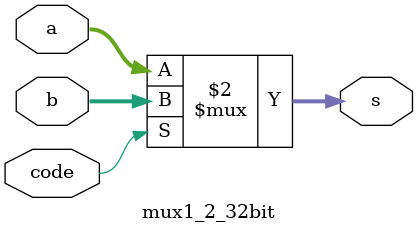
<source format=v>
`timescale 1ns / 1ps
module mux1_2_32bit( input code, input[31:0]a, input[31:0]b, output[31:0]s
    );
assign s = (code == 0)? a: b;
endmodule

</source>
